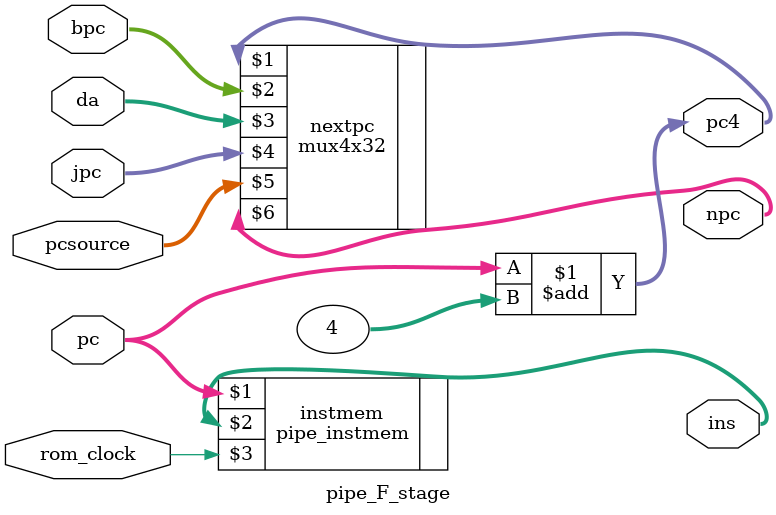
<source format=v>
module pipe_F_stage(pcsource, pc, bpc, da, jpc, npc, pc4, ins, rom_clock);
	input  [1:0]  pcsource;
	input  [31:0] pc, bpc, da, jpc;
	input         rom_clock;
	output [31:0] npc, pc4, ins;

	assign pc4 = pc + 4;

	mux4x32 nextpc(pc4, bpc, da, jpc, pcsource, npc);
	pipe_instmem instmem(pc, ins, rom_clock);
endmodule

</source>
